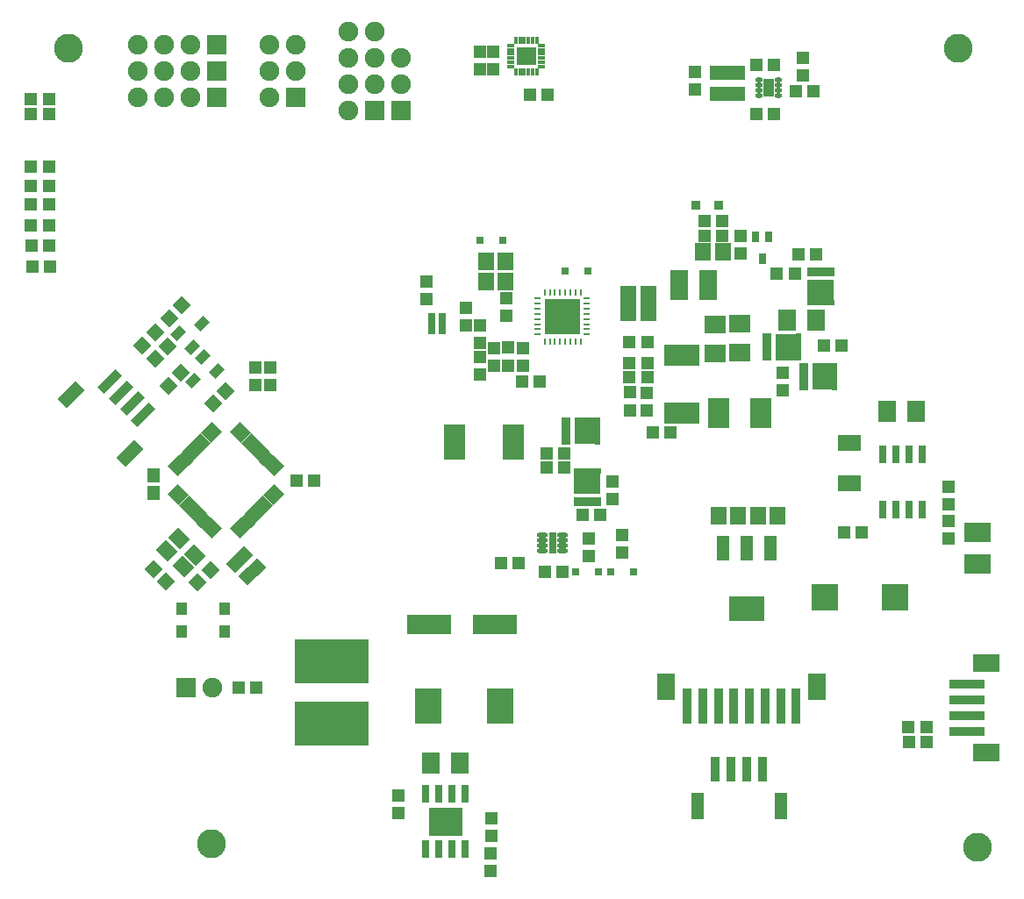
<source format=gts>
G04 DipTrace 3.0.0.2*
G04 TopMask.gbr*
%MOIN*%
G04 #@! TF.FileFunction,Soldermask,Top*
G04 #@! TF.Part,Single*
%AMOUTLINE1*
4,1,4,
-0.001392,-0.034888,
-0.034888,-0.001392,
0.001392,0.034888,
0.034888,0.001392,
-0.001392,-0.034888,
0*%
%AMOUTLINE4*
4,1,4,
-0.034888,0.001392,
-0.001392,0.034888,
0.034888,-0.001392,
0.001392,-0.034888,
-0.034888,0.001392,
0*%
%AMOUTLINE7*
4,1,4,
0.023685,-0.025654,
-0.023685,-0.025654,
-0.023685,0.025654,
0.023685,0.025654,
0.023685,-0.025654,
0*%
%AMOUTLINE10*
4,1,4,
0.034888,-0.001392,
0.001392,-0.034888,
-0.034888,0.001392,
-0.001392,0.034888,
0.034888,-0.001392,
0*%
%AMOUTLINE13*5,1,4,0,0,0.04472,-45.0*%
%AMOUTLINE16*
4,1,4,
-0.005568,-0.02932,
-0.02932,-0.005568,
0.005568,0.02932,
0.02932,0.005568,
-0.005568,-0.02932,
0*%
%AMOUTLINE19*
4,1,4,
-0.020879,-0.046023,
-0.046023,-0.020879,
0.020879,0.046023,
0.046023,0.020879,
-0.020879,-0.046023,
0*%
%AMOUTLINE22*
4,1,4,
-0.016812,-0.052875,
-0.052875,-0.016812,
0.016812,0.052875,
0.052875,0.016812,
-0.016812,-0.052875,
0*%
%AMOUTLINE24*
4,1,38,
0.0075,-0.0045,
0.008281,-0.004432,
0.009039,-0.004228,
0.009749,-0.003898,
0.010392,-0.003448,
0.010948,-0.002892,
0.011398,-0.002251,
0.011728,-0.001539,
0.011932,-0.000781,
0.012,0.0,
0.011932,0.000781,
0.011728,0.001539,
0.011398,0.002251,
0.010948,0.002892,
0.010392,0.003448,
0.009751,0.003898,
0.009039,0.004228,
0.008281,0.004432,
0.0075,0.0045,
-0.0075,0.0045,
-0.008281,0.004432,
-0.009039,0.004228,
-0.009749,0.003898,
-0.010392,0.003448,
-0.010948,0.002892,
-0.011398,0.002251,
-0.011728,0.001539,
-0.011932,0.000781,
-0.012,0.0,
-0.011932,-0.000781,
-0.011728,-0.001539,
-0.011398,-0.002249,
-0.010948,-0.002892,
-0.010392,-0.003448,
-0.009751,-0.003898,
-0.009039,-0.004228,
-0.008281,-0.004432,
-0.0075,-0.0045,
0.0075,-0.0045,
0*%
%AMOUTLINE25*
4,1,38,
-0.0045,-0.0075,
-0.004432,-0.008281,
-0.004228,-0.009039,
-0.003898,-0.009749,
-0.003448,-0.010392,
-0.002892,-0.010948,
-0.002249,-0.011398,
-0.001539,-0.011728,
-0.000781,-0.011932,
0.0,-0.012,
0.000781,-0.011932,
0.001539,-0.011728,
0.002251,-0.011398,
0.002892,-0.010948,
0.003448,-0.010392,
0.003898,-0.009749,
0.004228,-0.009039,
0.004432,-0.008281,
0.0045,-0.0075,
0.0045,0.0075,
0.004432,0.008281,
0.004228,0.009039,
0.003898,0.009749,
0.003448,0.010392,
0.002892,0.010948,
0.002251,0.011398,
0.001539,0.011728,
0.000781,0.011932,
0.0,0.012,
-0.000781,0.011932,
-0.001539,0.011728,
-0.002249,0.011398,
-0.002892,0.010948,
-0.003448,0.010392,
-0.003898,0.009751,
-0.004228,0.009039,
-0.004432,0.008281,
-0.0045,0.0075,
-0.0045,-0.0075,
0*%
%AMOUTLINE27*
4,1,4,
0.012528,0.026536,
0.026536,0.012528,
-0.012528,-0.026536,
-0.026536,-0.012528,
0.012528,0.026536,
0*%
%AMOUTLINE30*
4,1,4,
-0.026536,0.012528,
-0.012528,0.026536,
0.026536,-0.012528,
0.012528,-0.026536,
-0.026536,0.012528,
0*%
%AMOUTLINE33*
4,1,4,
0.00348,-0.041152,
-0.041152,0.00348,
-0.00348,0.041152,
0.041152,-0.00348,
0.00348,-0.041152,
0*%
%ADD70R,0.136X0.136*%
%ADD81R,0.098425X0.076772*%
%ADD91C,0.11*%
%ADD94R,0.074929X0.06863*%
%ADD96O,0.015874X0.03*%
%ADD98O,0.03X0.015874*%
%ADD100R,0.043433X0.070992*%
%ADD102O,0.027685X0.019024*%
%ADD106R,0.12611X0.106031*%
%ADD108R,0.031622X0.069024*%
%ADD110R,0.031622X0.082803*%
%ADD112O,0.041465X0.019811*%
%ADD114R,0.135953X0.092646*%
%ADD116R,0.045402X0.092646*%
%ADD120R,0.098551X0.067*%
%ADD122R,0.138X0.035559*%
%ADD124R,0.043433X0.04737*%
%ADD126R,0.0275X0.022*%
%ADD128R,0.133984X0.078866*%
%ADD130R,0.070992X0.114299*%
%ADD132R,0.027685X0.041465*%
%ADD134R,0.1035X0.082803*%
%ADD136R,0.026X0.024142*%
%ADD138R,0.026X0.032803*%
%ADD140R,0.082803X0.1035*%
%ADD142R,0.024142X0.026*%
%ADD144R,0.032803X0.026*%
%ADD146R,0.284X0.165*%
%ADD148R,0.134X0.052*%
%ADD150R,0.102X0.102*%
%ADD152R,0.0835X0.118*%
%ADD154R,0.102488X0.137921*%
%ADD156R,0.090677X0.063118*%
%ADD158R,0.031622X0.031622*%
%ADD160R,0.078866X0.133984*%
%ADD162C,0.074929*%
%ADD164R,0.074929X0.074929*%
%ADD166R,0.171386X0.072961*%
%ADD168R,0.051307X0.04737*%
%ADD170R,0.070992X0.078866*%
%ADD172R,0.078866X0.070992*%
%ADD174R,0.059181X0.067055*%
%ADD176R,0.04737X0.051307*%
%ADD178R,0.067X0.098551*%
%ADD180R,0.035559X0.138*%
%ADD182R,0.051X0.098551*%
%ADD184R,0.035559X0.094614*%
%ADD189OUTLINE1*%
%ADD192OUTLINE4*%
%ADD195OUTLINE7*%
%ADD198OUTLINE10*%
%ADD201OUTLINE13*%
%ADD204OUTLINE16*%
%ADD207OUTLINE19*%
%ADD210OUTLINE22*%
%ADD212OUTLINE24*%
%ADD213OUTLINE25*%
%ADD215OUTLINE27*%
%ADD218OUTLINE30*%
%ADD221OUTLINE33*%
%FSLAX26Y26*%
G04*
G70*
G90*
G75*
G01*
G04 TopMask*
%LPD*%
D184*
X3229339Y935815D3*
X3109339D3*
X3169339D3*
D182*
X3358339Y796154D3*
X3040339D3*
D184*
X3289339Y935815D3*
D180*
X3179000Y1177154D3*
X3239000D3*
D178*
X2922000Y1251155D3*
X3496000D3*
D180*
X3298000Y1177154D3*
X3357000D3*
X3416000D3*
X3120000D3*
X3061000D3*
X3002000D3*
D176*
X2314000Y2727154D3*
Y2660225D3*
X2160000Y2689154D3*
Y2622225D3*
X2215000Y2622154D3*
Y2555225D3*
Y2503154D3*
Y2436225D3*
X2756185Y1758446D3*
Y1825375D3*
D189*
X1190047Y1693898D3*
X1142722Y1646572D3*
D176*
X2377000Y2471154D3*
Y2538083D3*
D192*
X973273Y1696774D3*
X1020599Y1649449D3*
D195*
X974062Y1987798D3*
Y2054727D3*
D174*
X3345445Y1900466D3*
X3270642D3*
D189*
X1201709Y2324953D3*
X1249034Y2372278D3*
D176*
X2322000Y2538154D3*
Y2471225D3*
D174*
X2311803Y2866154D3*
X2237000D3*
D172*
X3108000Y2517154D3*
Y2627390D3*
D174*
X3121311Y1900839D3*
X3196114D3*
D176*
X2628500Y1814404D3*
Y1747475D3*
D170*
X2028908Y959226D3*
X2139145D3*
D174*
X2854000Y2740154D3*
X2779197D3*
D176*
X3363660Y2442454D3*
Y2375525D3*
D168*
X2850000Y2560154D3*
X2783071D3*
D176*
X2848000Y2368083D3*
Y2301154D3*
D168*
X2939000Y2216154D3*
X2872071D3*
D176*
X1905331Y770416D3*
Y837345D3*
D172*
X3203000Y2518154D3*
Y2628390D3*
D168*
X2783000Y2479154D3*
X2849929D3*
D166*
X2269962Y1487013D3*
X2021931D3*
D170*
X3492000Y2642154D3*
X3381764D3*
D174*
X3063000Y2904154D3*
X3137803D3*
D170*
X3761794Y2297861D3*
X3872030D3*
D174*
X2311803Y2790154D3*
X2237000D3*
X2779000Y2672154D3*
X2853803D3*
D168*
X3666130Y1835529D3*
X3599201D3*
X3266000Y3426904D3*
X3332929D3*
X3266000Y3614404D3*
X3332929D3*
D198*
X1319711Y1749504D3*
X1367037Y1702179D3*
D176*
X2266000Y3595654D3*
Y3662583D3*
D168*
X2403786Y3499689D3*
X2470715D3*
D176*
X2216000Y3595654D3*
Y3662583D3*
D168*
X2360310Y1720037D3*
X2293381D3*
D192*
X1285726Y1715929D3*
X1333051Y1668604D3*
D168*
X1585208Y2033167D3*
X1518278D3*
D164*
X1516000Y3490154D3*
D162*
X1416000D3*
X1516000Y3590154D3*
X1416000D3*
X1516000Y3690154D3*
X1416000D3*
D164*
X1816000Y3440154D3*
D162*
X1716000D3*
X1816000Y3540154D3*
X1716000D3*
X1816000Y3640154D3*
X1716000D3*
X1816000Y3740154D3*
X1716000D3*
D164*
X1216000Y3690154D3*
D162*
X1116000D3*
X1016000D3*
X916000D3*
D164*
X1216000Y3589154D3*
D162*
X1116000D3*
X1016000D3*
X916000D3*
D164*
X1216000Y3489154D3*
D162*
X1116000D3*
X1016000D3*
X916000D3*
D160*
X2119584Y2180175D3*
X2340057D3*
D201*
X3121024Y3078154D3*
X3034410D3*
D158*
X2711000Y1685154D3*
X2797614D3*
X2302000Y2947154D3*
X2215386D3*
X2539000Y2829154D3*
X2625614D3*
X2665000Y1686154D3*
X2578386D3*
D156*
X3616814Y2176994D3*
Y2023455D3*
D154*
X2016689Y1176214D3*
X2290311D3*
D164*
X1916000Y3440154D3*
D162*
Y3540154D3*
Y3640154D3*
D164*
X1097251Y1245654D3*
D162*
X1197251D3*
D152*
X3281000Y2289154D3*
X3120499D3*
D150*
X3524225Y1590406D3*
X3792225D3*
D148*
X3153500Y3501904D3*
Y3583904D3*
D146*
X1652391Y1110176D3*
Y1346176D3*
D144*
X3306263Y2503017D3*
Y2528017D3*
Y2554017D3*
Y2579017D3*
D142*
X3423263D3*
Y2554017D3*
Y2528017D3*
Y2503017D3*
D140*
X3378263Y2541017D3*
D144*
X3445574Y2390483D3*
Y2415483D3*
Y2441483D3*
Y2466483D3*
D142*
X3562574D3*
Y2441483D3*
Y2415483D3*
Y2390483D3*
D140*
X3517574Y2428483D3*
D138*
X3470466Y2827659D3*
X3495466D3*
X3521466D3*
X3546466D3*
D136*
Y2710659D3*
X3521466D3*
X3495466D3*
X3470466D3*
D134*
X3508466Y2755659D3*
D144*
X2543000Y2184154D3*
Y2209154D3*
Y2235154D3*
Y2260154D3*
D142*
X2660000D3*
Y2235154D3*
Y2209154D3*
Y2184154D3*
D140*
X2615000Y2222154D3*
D138*
X2661000Y1952154D3*
X2636000D3*
X2610000D3*
X2585000D3*
D136*
Y2069154D3*
X2610000D3*
X2636000D3*
X2661000D3*
D134*
X2623000Y2024154D3*
D132*
X3313000Y2960154D3*
X3261814D3*
X3287407Y2877476D3*
D204*
X1215000Y2450155D3*
X1162105Y2503049D3*
X1124524Y2412574D3*
X1068000Y2593154D3*
X1120895Y2540260D3*
X1158477Y2630735D3*
D176*
X2255971Y617028D3*
Y550099D3*
D168*
X1297250Y1245654D3*
X1364179D3*
X513785Y2847868D3*
X580714D3*
X511571Y2926903D3*
X578500D3*
D176*
X2257320Y749155D3*
Y682226D3*
X3993797Y1879491D3*
Y1812562D3*
X1362853Y2396812D3*
Y2463742D3*
X3993582Y2010684D3*
Y1943755D3*
X1419101Y2395386D3*
Y2462315D3*
D168*
X509750Y3226903D3*
X576679D3*
X2529778Y1685547D3*
X2462849D3*
X509750Y3151903D3*
X576679D3*
X2443000Y2410154D3*
X2376071D3*
D176*
X2269000Y2470154D3*
Y2537083D3*
D130*
X3082000Y2776154D3*
X2971764D3*
D168*
X509751Y3001904D3*
X576680D3*
D189*
X1029000Y2542155D3*
X981675Y2494830D3*
X1035000Y2651155D3*
X1082326Y2698480D3*
D168*
X509750Y3083154D3*
X576679D3*
D189*
X1032000Y2394154D3*
X1079326Y2441479D3*
D168*
X509750Y3483154D3*
X576679D3*
X509751Y3426903D3*
X576680D3*
D189*
X980000Y2595155D3*
X932675Y2547830D3*
D168*
X3416000Y3514403D3*
X3482929D3*
D176*
X3441000Y3639404D3*
Y3572475D3*
X3032536Y3585369D3*
Y3518440D3*
D168*
X3844000Y1038154D3*
X3910929D3*
X3843071Y1096154D3*
X3910000D3*
X3425234Y2893278D3*
X3492163D3*
X3068000Y3021154D3*
X3134929D3*
D128*
X2981000Y2288681D3*
Y2509154D3*
D168*
X2850000Y2425154D3*
X2783071D3*
D176*
X2785000Y2301225D3*
Y2368154D3*
D168*
X3409894Y2819222D3*
X3342965D3*
D176*
X3204000Y2895154D3*
Y2962083D3*
D168*
X3068000Y2964154D3*
X3134929D3*
D176*
X2013000Y2790154D3*
Y2723225D3*
D168*
X2535000Y2084154D3*
X2468071D3*
X2535000Y2137154D3*
X2468071D3*
D176*
X2717826Y1962349D3*
Y2029278D3*
D168*
X2673000Y1902154D3*
X2606071D3*
X3522496Y2546929D3*
X3589425D3*
D126*
X2073000Y2658154D3*
Y2618154D3*
Y2598154D3*
Y2638154D3*
X2033000Y2598154D3*
Y2618154D3*
Y2638154D3*
Y2658154D3*
D124*
X1244000Y1458904D3*
X1082583D3*
Y1544904D3*
X1244000D3*
D122*
X4064696Y1199450D3*
Y1079450D3*
Y1139450D3*
D120*
X4139196Y1339450D3*
Y999450D3*
D122*
X4064696Y1259450D3*
D207*
X894000Y2325154D3*
X809147Y2410005D3*
X851574Y2367580D3*
D210*
X886461Y2135181D3*
X661601Y2360041D3*
D207*
X936427Y2282727D3*
D212*
X2435000Y2726154D3*
Y2706154D3*
Y2687154D3*
Y2667154D3*
Y2647154D3*
Y2627154D3*
Y2608154D3*
Y2588154D3*
D213*
X2460000Y2563154D3*
X2480000D3*
X2499000D3*
X2519000D3*
X2539000D3*
X2559000D3*
X2578000D3*
X2598000D3*
D212*
X2623000Y2588154D3*
Y2608154D3*
Y2627154D3*
Y2647154D3*
Y2667154D3*
Y2687154D3*
Y2706154D3*
Y2726154D3*
D213*
X2598000Y2751154D3*
X2578000D3*
X2559000D3*
X2539000D3*
X2519000D3*
X2499000D3*
X2480000D3*
X2460000D3*
D70*
X2529000Y2657154D3*
D116*
X3319082Y1775277D3*
X3228530D3*
X3137979D3*
D114*
X3228530Y1546931D3*
D112*
X2527780Y1765718D3*
Y1785403D3*
Y1805088D3*
Y1824773D3*
X2452977D3*
Y1805088D3*
Y1785403D3*
Y1765718D3*
D110*
X2490378Y1795246D3*
D108*
X3746032Y1921882D3*
X3796032D3*
X3846032D3*
X3896032D3*
Y2134480D3*
X3846032D3*
X3796032D3*
X3746032D3*
D215*
X1055087Y1992735D3*
X1069005Y1978816D3*
X1082925Y1964896D3*
X1096844Y1950976D3*
X1110764Y1937058D3*
X1124684Y1923138D3*
X1138603Y1909219D3*
X1152523Y1895299D3*
X1166441Y1881379D3*
X1180361Y1867461D3*
X1194281Y1853541D3*
X1208200Y1839622D3*
D218*
X1291717D3*
X1305635Y1853541D3*
X1319555Y1867461D3*
X1333475Y1881379D3*
X1347394Y1895299D3*
X1361314Y1909219D3*
X1375232Y1923138D3*
X1389152Y1937058D3*
X1403072Y1950976D3*
X1416991Y1964896D3*
X1430911Y1978816D3*
X1444830Y1992735D3*
D215*
Y2076252D3*
X1430911Y2090171D3*
X1416991Y2104091D3*
X1403072Y2118011D3*
X1389152Y2131929D3*
X1375232Y2145849D3*
X1361314Y2159768D3*
X1347394Y2173688D3*
X1333475Y2187608D3*
X1319555Y2201526D3*
X1305635Y2215446D3*
X1291717Y2229365D3*
D218*
X1208200D3*
X1194281Y2215446D3*
X1180361Y2201526D3*
X1166441Y2187608D3*
X1152523Y2173688D3*
X1138603Y2159768D3*
X1124684Y2145849D3*
X1110764Y2131929D3*
X1096844Y2118011D3*
X1082925Y2104091D3*
X1069005Y2090171D3*
X1055087Y2076252D3*
D108*
X2008802Y631717D3*
X2058802D3*
X2108802D3*
X2158802D3*
Y844315D3*
X2108802D3*
X2058802D3*
X2008802D3*
D106*
X2083802Y738016D3*
D81*
X4105722Y1716058D3*
Y1836137D3*
D102*
X3348705Y3497046D3*
Y3516731D3*
Y3536416D3*
Y3556101D3*
X3273902D3*
Y3536416D3*
Y3516731D3*
Y3497046D3*
D100*
X3311303Y3526574D3*
D98*
X2331465Y3686429D3*
Y3670681D3*
Y3654933D3*
Y3639185D3*
Y3623437D3*
Y3607689D3*
D96*
X2351150Y3588004D3*
X2366898D3*
X2382646D3*
X2398394D3*
X2414142D3*
X2429890D3*
D98*
X2449575Y3607689D3*
Y3623437D3*
Y3639185D3*
Y3654933D3*
Y3670681D3*
Y3686429D3*
D96*
X2429890Y3706114D3*
X2414142D3*
X2398394D3*
X2382646D3*
X2366898D3*
X2351150D3*
D94*
X2390370Y3647059D3*
D221*
X1025388Y1767634D3*
X1086634Y1706389D3*
X1131176Y1750931D3*
X1069930Y1812176D3*
D91*
X4032000Y3677154D3*
X650000D3*
X1194000Y652154D3*
X4106000Y640154D3*
M02*

</source>
